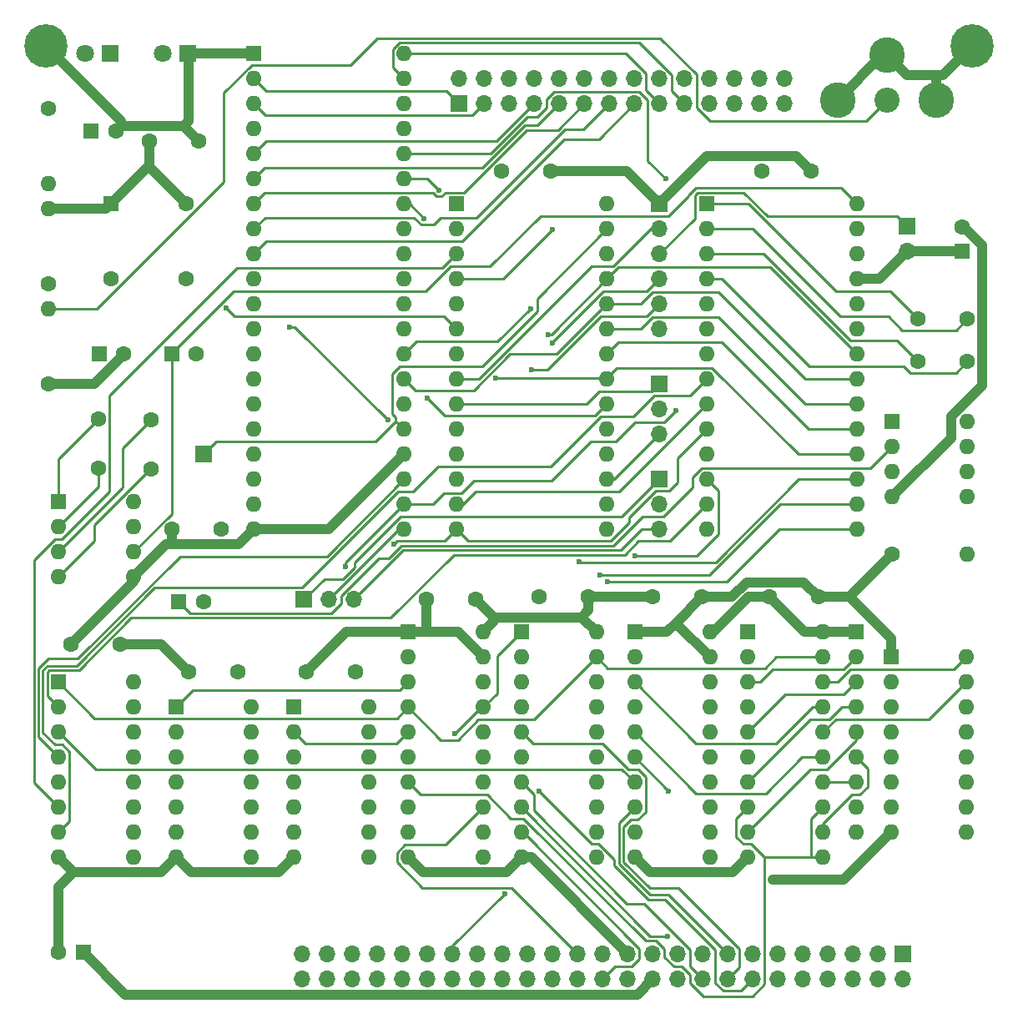
<source format=gbr>
%TF.GenerationSoftware,KiCad,Pcbnew,(6.0.4-0)*%
%TF.CreationDate,2022-09-18T19:18:21-04:00*%
%TF.ProjectId,Z80-6502IO,5a38302d-3635-4303-9249-4f2e6b696361,rev?*%
%TF.SameCoordinates,Original*%
%TF.FileFunction,Copper,L1,Top*%
%TF.FilePolarity,Positive*%
%FSLAX46Y46*%
G04 Gerber Fmt 4.6, Leading zero omitted, Abs format (unit mm)*
G04 Created by KiCad (PCBNEW (6.0.4-0)) date 2022-09-18 19:18:21*
%MOMM*%
%LPD*%
G01*
G04 APERTURE LIST*
%TA.AperFunction,ComponentPad*%
%ADD10R,1.700000X1.700000*%
%TD*%
%TA.AperFunction,ComponentPad*%
%ADD11C,1.600000*%
%TD*%
%TA.AperFunction,ComponentPad*%
%ADD12O,1.700000X1.700000*%
%TD*%
%TA.AperFunction,ComponentPad*%
%ADD13O,1.600000X1.600000*%
%TD*%
%TA.AperFunction,ComponentPad*%
%ADD14R,1.600000X1.600000*%
%TD*%
%TA.AperFunction,ComponentPad*%
%ADD15C,3.616000*%
%TD*%
%TA.AperFunction,ComponentPad*%
%ADD16C,2.550000*%
%TD*%
%TA.AperFunction,ComponentPad*%
%ADD17C,4.399999*%
%TD*%
%TA.AperFunction,ComponentPad*%
%ADD18C,4.400000*%
%TD*%
%TA.AperFunction,ComponentPad*%
%ADD19C,1.800000*%
%TD*%
%TA.AperFunction,ComponentPad*%
%ADD20R,1.800000X1.800000*%
%TD*%
%TA.AperFunction,ViaPad*%
%ADD21C,0.600000*%
%TD*%
%TA.AperFunction,Conductor*%
%ADD22C,1.000000*%
%TD*%
%TA.AperFunction,Conductor*%
%ADD23C,0.250000*%
%TD*%
G04 APERTURE END LIST*
D10*
%TO.P,P1,1*%
%TO.N,SLAVE_CLK*%
X64008000Y-90424000D03*
%TD*%
D11*
%TO.P,C21,2*%
%TO.N,GND*%
X125650000Y-61722000D03*
%TO.P,C21,1*%
%TO.N,VCC*%
X120650000Y-61722000D03*
%TD*%
%TO.P,C20,2*%
%TO.N,GND*%
X99234000Y-61722000D03*
%TO.P,C20,1*%
%TO.N,VCC*%
X94234000Y-61722000D03*
%TD*%
%TO.P,C19,2*%
%TO.N,GND*%
X65786000Y-98044000D03*
%TO.P,C19,1*%
%TO.N,VCC*%
X60786000Y-98044000D03*
%TD*%
D12*
%TO.P,P5,28*%
%TO.N,N/C*%
X122936000Y-52324000D03*
%TO.P,P5,27*%
X122936000Y-54864000D03*
%TO.P,P5,26*%
%TO.N,GND*%
X120396000Y-52324000D03*
%TO.P,P5,25*%
%TO.N,VCC*%
X120396000Y-54864000D03*
%TO.P,P5,24*%
%TO.N,Net-(P5-Pad24)*%
X117856000Y-52324000D03*
%TO.P,P5,23*%
%TO.N,Net-(P5-Pad23)*%
X117856000Y-54864000D03*
%TO.P,P5,22*%
%TO.N,Net-(P5-Pad22)*%
X115316000Y-52324000D03*
%TO.P,P5,21*%
%TO.N,Net-(P5-Pad21)*%
X115316000Y-54864000D03*
%TO.P,P5,20*%
%TO.N,CB2*%
X112776000Y-52324000D03*
%TO.P,P5,19*%
%TO.N,CA2*%
X112776000Y-54864000D03*
%TO.P,P5,18*%
%TO.N,CB1*%
X110236000Y-52324000D03*
%TO.P,P5,17*%
%TO.N,CA1*%
X110236000Y-54864000D03*
%TO.P,P5,16*%
%TO.N,PB7*%
X107696000Y-52324000D03*
%TO.P,P5,15*%
%TO.N,PA7*%
X107696000Y-54864000D03*
%TO.P,P5,14*%
%TO.N,PB6*%
X105156000Y-52324000D03*
%TO.P,P5,13*%
%TO.N,PA6*%
X105156000Y-54864000D03*
%TO.P,P5,12*%
%TO.N,PB5*%
X102616000Y-52324000D03*
%TO.P,P5,11*%
%TO.N,PA5*%
X102616000Y-54864000D03*
%TO.P,P5,10*%
%TO.N,PB4*%
X100076000Y-52324000D03*
%TO.P,P5,9*%
%TO.N,PA4*%
X100076000Y-54864000D03*
%TO.P,P5,8*%
%TO.N,PB3*%
X97536000Y-52324000D03*
%TO.P,P5,7*%
%TO.N,PA3*%
X97536000Y-54864000D03*
%TO.P,P5,6*%
%TO.N,PB2*%
X94996000Y-52324000D03*
%TO.P,P5,5*%
%TO.N,PA2*%
X94996000Y-54864000D03*
%TO.P,P5,4*%
%TO.N,PB1*%
X92456000Y-52324000D03*
%TO.P,P5,3*%
%TO.N,PA1*%
X92456000Y-54864000D03*
%TO.P,P5,2*%
%TO.N,PB0*%
X89916000Y-52324000D03*
D10*
%TO.P,P5,1*%
%TO.N,PA0*%
X89916000Y-54864000D03*
%TD*%
D11*
%TO.P,C1,2*%
%TO.N,GND*%
X55546000Y-109728000D03*
%TO.P,C1,1*%
%TO.N,VCC*%
X50546000Y-109728000D03*
%TD*%
D13*
%TO.P,U7,20*%
%TO.N,VCC*%
X126850000Y-108460000D03*
%TO.P,U7,10*%
%TO.N,GND*%
X119230000Y-131320000D03*
%TO.P,U7,19*%
%TO.N,BOARD_CS#*%
X126850000Y-111000000D03*
%TO.P,U7,9*%
%TO.N,Net-(RR1-Pad5)*%
X119230000Y-128780000D03*
%TO.P,U7,18*%
%TO.N,Net-(RR1-Pad9)*%
X126850000Y-113540000D03*
%TO.P,U7,8*%
%TO.N,bM1#*%
X119230000Y-126240000D03*
%TO.P,U7,17*%
%TO.N,bA7*%
X126850000Y-116080000D03*
%TO.P,U7,7*%
%TO.N,Net-(RR1-Pad4)*%
X119230000Y-123700000D03*
%TO.P,U7,16*%
%TO.N,Net-(RR1-Pad8)*%
X126850000Y-118620000D03*
%TO.P,U7,6*%
%TO.N,bM1#*%
X119230000Y-121160000D03*
%TO.P,U7,15*%
%TO.N,bA6*%
X126850000Y-121160000D03*
%TO.P,U7,5*%
%TO.N,Net-(RR1-Pad3)*%
X119230000Y-118620000D03*
%TO.P,U7,14*%
%TO.N,Net-(RR1-Pad7)*%
X126850000Y-123700000D03*
%TO.P,U7,4*%
%TO.N,bM1#*%
X119230000Y-116080000D03*
%TO.P,U7,13*%
X126850000Y-126240000D03*
%TO.P,U7,3*%
%TO.N,Net-(RR1-Pad2)*%
X119230000Y-113540000D03*
%TO.P,U7,12*%
%TO.N,Net-(RR1-Pad6)*%
X126850000Y-128780000D03*
%TO.P,U7,2*%
%TO.N,bM1#*%
X119230000Y-111000000D03*
%TO.P,U7,11*%
X126850000Y-131320000D03*
D14*
%TO.P,U7,1*%
%TO.N,/688SEL#*%
X119230000Y-108460000D03*
%TD*%
D13*
%TO.P,U12,8*%
%TO.N,+12V*%
X141478000Y-87122000D03*
%TO.P,U12,4*%
%TO.N,GND*%
X133858000Y-94742000D03*
%TO.P,U12,7*%
%TO.N,N/C*%
X141478000Y-89662000D03*
%TO.P,U12,3*%
%TO.N,Net-(R3-Pad2)*%
X133858000Y-92202000D03*
%TO.P,U12,6*%
%TO.N,N/C*%
X141478000Y-92202000D03*
%TO.P,U12,2*%
%TO.N,Net-(C18-Pad1)*%
X133858000Y-89662000D03*
%TO.P,U12,5*%
%TO.N,N/C*%
X141478000Y-94742000D03*
D14*
%TO.P,U12,1*%
%TO.N,Net-(C18-Pad1)*%
X133858000Y-87122000D03*
%TD*%
D13*
%TO.P,U11,8*%
%TO.N,GND*%
X56896000Y-95250000D03*
%TO.P,U11,4*%
%TO.N,Net-(C13-Pad1)*%
X49276000Y-102870000D03*
%TO.P,U11,7*%
%TO.N,GND*%
X56896000Y-97790000D03*
%TO.P,U11,3*%
%TO.N,Net-(C13-Pad2)*%
X49276000Y-100330000D03*
%TO.P,U11,6*%
%TO.N,+12V*%
X56896000Y-100330000D03*
%TO.P,U11,2*%
%TO.N,Net-(C12-Pad1)*%
X49276000Y-97790000D03*
%TO.P,U11,5*%
%TO.N,VCC*%
X56896000Y-102870000D03*
D14*
%TO.P,U11,1*%
%TO.N,Net-(C12-Pad2)*%
X49276000Y-95250000D03*
%TD*%
D13*
%TO.P,U10,28*%
%TO.N,+12V*%
X130302000Y-65024000D03*
%TO.P,U10,14*%
%TO.N,GND*%
X115062000Y-98044000D03*
%TO.P,U10,27*%
%TO.N,Net-(R3-Pad2)*%
X130302000Y-67564000D03*
%TO.P,U10,13*%
%TO.N,bA4*%
X115062000Y-95504000D03*
%TO.P,U10,26*%
%TO.N,Net-(U10-Pad26)*%
X130302000Y-70104000D03*
%TO.P,U10,12*%
%TO.N,bA3*%
X115062000Y-92964000D03*
%TO.P,U10,25*%
%TO.N,VCC*%
X130302000Y-72644000D03*
%TO.P,U10,11*%
%TO.N,bA2*%
X115062000Y-90424000D03*
%TO.P,U10,24*%
%TO.N,Net-(U10-Pad24)*%
X130302000Y-75184000D03*
%TO.P,U10,10*%
%TO.N,bA1*%
X115062000Y-87884000D03*
%TO.P,U10,23*%
%TO.N,Net-(U10-Pad23)*%
X130302000Y-77724000D03*
%TO.P,U10,9*%
%TO.N,bA0*%
X115062000Y-85344000D03*
%TO.P,U10,22*%
%TO.N,bD7*%
X130302000Y-80264000D03*
%TO.P,U10,8*%
%TO.N,CS_SID#*%
X115062000Y-82804000D03*
%TO.P,U10,21*%
%TO.N,bD6*%
X130302000Y-82804000D03*
%TO.P,U10,7*%
%TO.N,bRW#*%
X115062000Y-80264000D03*
%TO.P,U10,20*%
%TO.N,bD5*%
X130302000Y-85344000D03*
%TO.P,U10,6*%
%TO.N,SLAVE_CLK*%
X115062000Y-77724000D03*
%TO.P,U10,19*%
%TO.N,bD4*%
X130302000Y-87884000D03*
%TO.P,U10,5*%
%TO.N,bRESET#*%
X115062000Y-75184000D03*
%TO.P,U10,18*%
%TO.N,bD3*%
X130302000Y-90424000D03*
%TO.P,U10,4*%
%TO.N,Net-(C16-Pad2)*%
X115062000Y-72644000D03*
%TO.P,U10,17*%
%TO.N,bD2*%
X130302000Y-92964000D03*
%TO.P,U10,3*%
%TO.N,Net-(C16-Pad1)*%
X115062000Y-70104000D03*
%TO.P,U10,16*%
%TO.N,bD1*%
X130302000Y-95504000D03*
%TO.P,U10,2*%
%TO.N,Net-(C15-Pad2)*%
X115062000Y-67564000D03*
%TO.P,U10,15*%
%TO.N,bD0*%
X130302000Y-98044000D03*
D14*
%TO.P,U10,1*%
%TO.N,Net-(C15-Pad1)*%
X115062000Y-65024000D03*
%TD*%
D13*
%TO.P,U9,40*%
%TO.N,CA1*%
X84328000Y-49784000D03*
%TO.P,U9,20*%
%TO.N,VCC*%
X69088000Y-98044000D03*
%TO.P,U9,39*%
%TO.N,CA2*%
X84328000Y-52324000D03*
%TO.P,U9,19*%
%TO.N,CB2*%
X69088000Y-95504000D03*
%TO.P,U9,38*%
%TO.N,bA0*%
X84328000Y-54864000D03*
%TO.P,U9,18*%
%TO.N,CB1*%
X69088000Y-92964000D03*
%TO.P,U9,37*%
%TO.N,bA1*%
X84328000Y-57404000D03*
%TO.P,U9,17*%
%TO.N,PB7*%
X69088000Y-90424000D03*
%TO.P,U9,36*%
%TO.N,bA2*%
X84328000Y-59944000D03*
%TO.P,U9,16*%
%TO.N,PB6*%
X69088000Y-87884000D03*
%TO.P,U9,35*%
%TO.N,bA3*%
X84328000Y-62484000D03*
%TO.P,U9,15*%
%TO.N,PB5*%
X69088000Y-85344000D03*
%TO.P,U9,34*%
%TO.N,bRESET#*%
X84328000Y-65024000D03*
%TO.P,U9,14*%
%TO.N,PB4*%
X69088000Y-82804000D03*
%TO.P,U9,33*%
%TO.N,bD0*%
X84328000Y-67564000D03*
%TO.P,U9,13*%
%TO.N,PB3*%
X69088000Y-80264000D03*
%TO.P,U9,32*%
%TO.N,bD1*%
X84328000Y-70104000D03*
%TO.P,U9,12*%
%TO.N,PB2*%
X69088000Y-77724000D03*
%TO.P,U9,31*%
%TO.N,bD2*%
X84328000Y-72644000D03*
%TO.P,U9,11*%
%TO.N,PB1*%
X69088000Y-75184000D03*
%TO.P,U9,30*%
%TO.N,bD3*%
X84328000Y-75184000D03*
%TO.P,U9,10*%
%TO.N,PB0*%
X69088000Y-72644000D03*
%TO.P,U9,29*%
%TO.N,bD4*%
X84328000Y-77724000D03*
%TO.P,U9,9*%
%TO.N,PA7*%
X69088000Y-70104000D03*
%TO.P,U9,28*%
%TO.N,bD5*%
X84328000Y-80264000D03*
%TO.P,U9,8*%
%TO.N,PA6*%
X69088000Y-67564000D03*
%TO.P,U9,27*%
%TO.N,bD6*%
X84328000Y-82804000D03*
%TO.P,U9,7*%
%TO.N,PA5*%
X69088000Y-65024000D03*
%TO.P,U9,26*%
%TO.N,bD7*%
X84328000Y-85344000D03*
%TO.P,U9,6*%
%TO.N,PA4*%
X69088000Y-62484000D03*
%TO.P,U9,25*%
%TO.N,SLAVE_CLK*%
X84328000Y-87884000D03*
%TO.P,U9,5*%
%TO.N,PA3*%
X69088000Y-59944000D03*
%TO.P,U9,24*%
%TO.N,VCC*%
X84328000Y-90424000D03*
%TO.P,U9,4*%
%TO.N,PA2*%
X69088000Y-57404000D03*
%TO.P,U9,23*%
%TO.N,CS_VIA1#*%
X84328000Y-92964000D03*
%TO.P,U9,3*%
%TO.N,PA1*%
X69088000Y-54864000D03*
%TO.P,U9,22*%
%TO.N,bRW#*%
X84328000Y-95504000D03*
%TO.P,U9,2*%
%TO.N,PA0*%
X69088000Y-52324000D03*
%TO.P,U9,21*%
%TO.N,IRQV#*%
X84328000Y-98044000D03*
D14*
%TO.P,U9,1*%
%TO.N,GND*%
X69088000Y-49784000D03*
%TD*%
D13*
%TO.P,U8,28*%
%TO.N,bRW#*%
X104902000Y-65024000D03*
%TO.P,U8,14*%
%TO.N,bA1*%
X89662000Y-98044000D03*
%TO.P,U8,27*%
%TO.N,SLAVE_CLK*%
X104902000Y-67564000D03*
%TO.P,U8,13*%
%TO.N,bA0*%
X89662000Y-95504000D03*
%TO.P,U8,26*%
%TO.N,IRQA#*%
X104902000Y-70104000D03*
%TO.P,U8,12*%
%TO.N,RxD*%
X89662000Y-92964000D03*
%TO.P,U8,25*%
%TO.N,bD7*%
X104902000Y-72644000D03*
%TO.P,U8,11*%
%TO.N,Net-(U8-Pad11)*%
X89662000Y-90424000D03*
%TO.P,U8,24*%
%TO.N,bD6*%
X104902000Y-75184000D03*
%TO.P,U8,10*%
%TO.N,TxD*%
X89662000Y-87884000D03*
%TO.P,U8,23*%
%TO.N,bD5*%
X104902000Y-77724000D03*
%TO.P,U8,9*%
%TO.N,CTS*%
X89662000Y-85344000D03*
%TO.P,U8,22*%
%TO.N,bD4*%
X104902000Y-80264000D03*
%TO.P,U8,8*%
%TO.N,RTS*%
X89662000Y-82804000D03*
%TO.P,U8,21*%
%TO.N,bD3*%
X104902000Y-82804000D03*
%TO.P,U8,7*%
%TO.N,Net-(U8-Pad7)*%
X89662000Y-80264000D03*
%TO.P,U8,20*%
%TO.N,bD2*%
X104902000Y-85344000D03*
%TO.P,U8,6*%
%TO.N,Net-(U8-Pad6)*%
X89662000Y-77724000D03*
%TO.P,U8,19*%
%TO.N,bD1*%
X104902000Y-87884000D03*
%TO.P,U8,5*%
%TO.N,Net-(U8-Pad5)*%
X89662000Y-75184000D03*
%TO.P,U8,18*%
%TO.N,bD0*%
X104902000Y-90424000D03*
%TO.P,U8,4*%
%TO.N,bRESET#*%
X89662000Y-72644000D03*
%TO.P,U8,17*%
%TO.N,DSR*%
X104902000Y-92964000D03*
%TO.P,U8,3*%
%TO.N,CS_ACIA1#*%
X89662000Y-70104000D03*
%TO.P,U8,16*%
%TO.N,Net-(U8-Pad16)*%
X104902000Y-95504000D03*
%TO.P,U8,2*%
%TO.N,VCC*%
X89662000Y-67564000D03*
%TO.P,U8,15*%
X104902000Y-98044000D03*
D14*
%TO.P,U8,1*%
%TO.N,GND*%
X89662000Y-65024000D03*
%TD*%
D13*
%TO.P,U6,16*%
%TO.N,VCC*%
X56896000Y-113538000D03*
%TO.P,U6,8*%
%TO.N,GND*%
X49276000Y-131318000D03*
%TO.P,U6,15*%
%TO.N,N/C*%
X56896000Y-116078000D03*
%TO.P,U6,7*%
%TO.N,CS_SID#*%
X49276000Y-128778000D03*
%TO.P,U6,14*%
%TO.N,N/C*%
X56896000Y-118618000D03*
%TO.P,U6,6*%
%TO.N,CS_ACIA1#*%
X49276000Y-126238000D03*
%TO.P,U6,13*%
%TO.N,N/C*%
X56896000Y-121158000D03*
%TO.P,U6,5*%
%TO.N,Net-(U6-Pad5)*%
X49276000Y-123698000D03*
%TO.P,U6,12*%
%TO.N,N/C*%
X56896000Y-123698000D03*
%TO.P,U6,4*%
%TO.N,CS_VIA1#*%
X49276000Y-121158000D03*
%TO.P,U6,11*%
%TO.N,N/C*%
X56896000Y-126238000D03*
%TO.P,U6,3*%
%TO.N,bA5*%
X49276000Y-118618000D03*
%TO.P,U6,10*%
%TO.N,N/C*%
X56896000Y-128778000D03*
%TO.P,U6,2*%
%TO.N,bA4*%
X49276000Y-116078000D03*
%TO.P,U6,9*%
%TO.N,N/C*%
X56896000Y-131318000D03*
D14*
%TO.P,U6,1*%
%TO.N,BOARD_CS#*%
X49276000Y-113538000D03*
%TD*%
D13*
%TO.P,U5,14*%
%TO.N,VCC*%
X80772000Y-116078000D03*
%TO.P,U5,7*%
%TO.N,GND*%
X73152000Y-131318000D03*
%TO.P,U5,13*%
%TO.N,N/C*%
X80772000Y-118618000D03*
%TO.P,U5,6*%
X73152000Y-128778000D03*
%TO.P,U5,12*%
X80772000Y-121158000D03*
%TO.P,U5,5*%
X73152000Y-126238000D03*
%TO.P,U5,11*%
X80772000Y-123698000D03*
%TO.P,U5,4*%
X73152000Y-123698000D03*
%TO.P,U5,10*%
X80772000Y-126238000D03*
%TO.P,U5,3*%
%TO.N,bRW#*%
X73152000Y-121158000D03*
%TO.P,U5,9*%
%TO.N,N/C*%
X80772000Y-128778000D03*
%TO.P,U5,2*%
%TO.N,bWR#*%
X73152000Y-118618000D03*
%TO.P,U5,8*%
%TO.N,N/C*%
X80772000Y-131318000D03*
D14*
%TO.P,U5,1*%
%TO.N,Net-(U4-Pad2)*%
X73152000Y-116078000D03*
%TD*%
D13*
%TO.P,U4,14*%
%TO.N,VCC*%
X68834000Y-116078000D03*
%TO.P,U4,7*%
%TO.N,GND*%
X61214000Y-131318000D03*
%TO.P,U4,13*%
%TO.N,N/C*%
X68834000Y-118618000D03*
%TO.P,U4,6*%
X61214000Y-128778000D03*
%TO.P,U4,12*%
X68834000Y-121158000D03*
%TO.P,U4,5*%
X61214000Y-126238000D03*
%TO.P,U4,11*%
X68834000Y-123698000D03*
%TO.P,U4,4*%
X61214000Y-123698000D03*
%TO.P,U4,10*%
X68834000Y-126238000D03*
%TO.P,U4,3*%
X61214000Y-121158000D03*
%TO.P,U4,9*%
X68834000Y-128778000D03*
%TO.P,U4,2*%
%TO.N,Net-(U4-Pad2)*%
X61214000Y-118618000D03*
%TO.P,U4,8*%
%TO.N,N/C*%
X68834000Y-131318000D03*
D14*
%TO.P,U4,1*%
%TO.N,bRD#*%
X61214000Y-116078000D03*
%TD*%
D12*
%TO.P,P4,2*%
%TO.N,VCC*%
X135382000Y-69850000D03*
D10*
%TO.P,P4,1*%
%TO.N,Net-(P3-Pad3)*%
X135382000Y-67310000D03*
%TD*%
D12*
%TO.P,P3,6*%
%TO.N,Net-(K3-Pad2)*%
X110236000Y-77724000D03*
%TO.P,P3,5*%
%TO.N,TxD*%
X110236000Y-75184000D03*
%TO.P,P3,4*%
%TO.N,RxD*%
X110236000Y-72644000D03*
%TO.P,P3,3*%
%TO.N,Net-(P3-Pad3)*%
X110236000Y-70104000D03*
%TO.P,P3,2*%
%TO.N,RTS*%
X110236000Y-67564000D03*
D10*
%TO.P,P3,1*%
%TO.N,GND*%
X110236000Y-65024000D03*
%TD*%
D11*
%TO.P,X1,4*%
%TO.N,GND*%
X54610000Y-72644000D03*
%TO.P,X1,5*%
%TO.N,Net-(U8-Pad6)*%
X62230000Y-72644000D03*
%TO.P,X1,8*%
%TO.N,VCC*%
X62230000Y-65024000D03*
D14*
%TO.P,X1,1*%
X54610000Y-65024000D03*
%TD*%
D13*
%TO.P,R3,2*%
%TO.N,Net-(R3-Pad2)*%
X141478000Y-100584000D03*
D11*
%TO.P,R3,1*%
%TO.N,GND*%
X133858000Y-100584000D03*
%TD*%
D12*
%TO.P,P2,50*%
%TO.N,SPARE4*%
X74016000Y-143662000D03*
%TO.P,P2,49*%
%TO.N,SPARE5*%
X74016000Y-141122000D03*
%TO.P,P2,48*%
%TO.N,SPARE3*%
X76556000Y-143662000D03*
%TO.P,P2,47*%
%TO.N,SPARE6*%
X76556000Y-141122000D03*
%TO.P,P2,46*%
%TO.N,SPARE2*%
X79096000Y-143662000D03*
%TO.P,P2,45*%
%TO.N,SPARE7*%
X79096000Y-141122000D03*
%TO.P,P2,44*%
%TO.N,SPARE1*%
X81636000Y-143662000D03*
%TO.P,P2,43*%
%TO.N,SPARE8*%
X81636000Y-141122000D03*
%TO.P,P2,42*%
%TO.N,SPARE0*%
X84176000Y-143662000D03*
%TO.P,P2,41*%
%TO.N,SPARE9*%
X84176000Y-141122000D03*
%TO.P,P2,40*%
%TO.N,IORQ#*%
X86716000Y-143662000D03*
%TO.P,P2,39*%
%TO.N,RD#*%
X86716000Y-141122000D03*
%TO.P,P2,38*%
%TO.N,MREQ#*%
X89256000Y-143662000D03*
%TO.P,P2,37*%
%TO.N,WR#*%
X89256000Y-141122000D03*
%TO.P,P2,36*%
%TO.N,HALT#*%
X91796000Y-143662000D03*
%TO.P,P2,35*%
%TO.N,BUSACK#*%
X91796000Y-141122000D03*
%TO.P,P2,34*%
%TO.N,NMI#*%
X94336000Y-143662000D03*
%TO.P,P2,33*%
%TO.N,WAIT#*%
X94336000Y-141122000D03*
%TO.P,P2,32*%
%TO.N,INT#*%
X96876000Y-143662000D03*
%TO.P,P2,31*%
%TO.N,BUSRQ#*%
X96876000Y-141122000D03*
%TO.P,P2,30*%
%TO.N,D1*%
X99416000Y-143662000D03*
%TO.P,P2,29*%
%TO.N,RESET#*%
X99416000Y-141122000D03*
%TO.P,P2,28*%
%TO.N,D0*%
X101956000Y-143662000D03*
%TO.P,P2,27*%
%TO.N,M1#*%
X101956000Y-141122000D03*
%TO.P,P2,26*%
%TO.N,D7*%
X104496000Y-143662000D03*
%TO.P,P2,25*%
%TO.N,RFSH#*%
X104496000Y-141122000D03*
%TO.P,P2,24*%
%TO.N,D2*%
X107036000Y-143662000D03*
%TO.P,P2,23*%
%TO.N,GND*%
X107036000Y-141122000D03*
%TO.P,P2,22*%
%TO.N,VCC*%
X109576000Y-143662000D03*
%TO.P,P2,21*%
%TO.N,A0*%
X109576000Y-141122000D03*
%TO.P,P2,20*%
%TO.N,D6*%
X112116000Y-143662000D03*
%TO.P,P2,19*%
%TO.N,A1*%
X112116000Y-141122000D03*
%TO.P,P2,18*%
%TO.N,D5*%
X114656000Y-143662000D03*
%TO.P,P2,17*%
%TO.N,A2*%
X114656000Y-141122000D03*
%TO.P,P2,16*%
%TO.N,D3*%
X117196000Y-143662000D03*
%TO.P,P2,15*%
%TO.N,A3*%
X117196000Y-141122000D03*
%TO.P,P2,14*%
%TO.N,D4*%
X119736000Y-143662000D03*
%TO.P,P2,13*%
%TO.N,A4*%
X119736000Y-141122000D03*
%TO.P,P2,12*%
%TO.N,CLK*%
X122276000Y-143662000D03*
%TO.P,P2,11*%
%TO.N,A5*%
X122276000Y-141122000D03*
%TO.P,P2,10*%
%TO.N,A15*%
X124816000Y-143662000D03*
%TO.P,P2,9*%
%TO.N,A6*%
X124816000Y-141122000D03*
%TO.P,P2,8*%
%TO.N,A14*%
X127356000Y-143662000D03*
%TO.P,P2,7*%
%TO.N,A7*%
X127356000Y-141122000D03*
%TO.P,P2,6*%
%TO.N,A13*%
X129896000Y-143662000D03*
%TO.P,P2,5*%
%TO.N,A8*%
X129896000Y-141122000D03*
%TO.P,P2,4*%
%TO.N,A12*%
X132436000Y-143662000D03*
%TO.P,P2,3*%
%TO.N,A9*%
X132436000Y-141122000D03*
%TO.P,P2,2*%
%TO.N,A11*%
X134976000Y-143662000D03*
D10*
%TO.P,P2,1*%
%TO.N,A10*%
X134976000Y-141122000D03*
%TD*%
D12*
%TO.P,K3,3*%
%TO.N,DSR*%
X110236000Y-88392000D03*
%TO.P,K3,2*%
%TO.N,Net-(K3-Pad2)*%
X110236000Y-85852000D03*
D10*
%TO.P,K3,1*%
%TO.N,CTS*%
X110236000Y-83312000D03*
%TD*%
D15*
%TO.P,J1,1C*%
%TO.N,GND*%
X133350000Y-49964000D03*
%TO.P,J1,1B*%
X128350000Y-54464000D03*
%TO.P,J1,1A*%
X138350000Y-54464000D03*
D16*
%TO.P,J1,2*%
%TO.N,Net-(C18-Pad2)*%
X133350000Y-54464000D03*
%TD*%
D11*
%TO.P,C18,2*%
%TO.N,Net-(C18-Pad2)*%
X63968000Y-105410000D03*
D14*
%TO.P,C18,1*%
%TO.N,Net-(C18-Pad1)*%
X61468000Y-105410000D03*
%TD*%
D11*
%TO.P,C17,2*%
%TO.N,GND*%
X55880000Y-80264000D03*
D14*
%TO.P,C17,1*%
%TO.N,VCC*%
X53380000Y-80264000D03*
%TD*%
D11*
%TO.P,C16,2*%
%TO.N,Net-(C16-Pad2)*%
X141478000Y-81026000D03*
%TO.P,C16,1*%
%TO.N,Net-(C16-Pad1)*%
X136478000Y-81026000D03*
%TD*%
%TO.P,C15,2*%
%TO.N,Net-(C15-Pad2)*%
X141478000Y-76708000D03*
%TO.P,C15,1*%
%TO.N,Net-(C15-Pad1)*%
X136478000Y-76708000D03*
%TD*%
%TO.P,C14,2*%
%TO.N,GND*%
X63246000Y-80264000D03*
D14*
%TO.P,C14,1*%
%TO.N,+12V*%
X60746000Y-80264000D03*
%TD*%
D11*
%TO.P,C13,2*%
%TO.N,Net-(C13-Pad2)*%
X58674000Y-86948000D03*
%TO.P,C13,1*%
%TO.N,Net-(C13-Pad1)*%
X58674000Y-91948000D03*
%TD*%
%TO.P,C12,2*%
%TO.N,Net-(C12-Pad2)*%
X53340000Y-86868000D03*
%TO.P,C12,1*%
%TO.N,Net-(C12-Pad1)*%
X53340000Y-91868000D03*
%TD*%
%TO.P,C11,2*%
%TO.N,GND*%
X55078000Y-57658000D03*
D14*
%TO.P,C11,1*%
%TO.N,VCC*%
X52578000Y-57658000D03*
%TD*%
D11*
%TO.P,C8,2*%
%TO.N,GND*%
X63500000Y-58674000D03*
%TO.P,C8,1*%
%TO.N,VCC*%
X58500000Y-58674000D03*
%TD*%
%TO.P,C7,2*%
%TO.N,GND*%
X126412000Y-104902000D03*
%TO.P,C7,1*%
%TO.N,VCC*%
X121412000Y-104902000D03*
%TD*%
%TO.P,C6,2*%
%TO.N,GND*%
X114554000Y-104902000D03*
%TO.P,C6,1*%
%TO.N,VCC*%
X109554000Y-104902000D03*
%TD*%
%TO.P,C10,2*%
%TO.N,GND*%
X140970000Y-67350000D03*
D14*
%TO.P,C10,1*%
%TO.N,VCC*%
X140970000Y-69850000D03*
%TD*%
D11*
%TO.P,C9,2*%
%TO.N,GND*%
X49276000Y-140970000D03*
D14*
%TO.P,C9,1*%
%TO.N,VCC*%
X51776000Y-140970000D03*
%TD*%
D13*
%TO.P,U3,20*%
%TO.N,VCC*%
X92350000Y-108460000D03*
%TO.P,U3,10*%
%TO.N,GND*%
X84730000Y-131320000D03*
%TO.P,U3,19*%
X92350000Y-111000000D03*
%TO.P,U3,9*%
%TO.N,/688SEL#*%
X84730000Y-128780000D03*
%TO.P,U3,18*%
%TO.N,bRESET#*%
X92350000Y-113540000D03*
%TO.P,U3,8*%
%TO.N,Net-(U3-Pad8)*%
X84730000Y-126240000D03*
%TO.P,U3,17*%
%TO.N,RD#*%
X92350000Y-116080000D03*
%TO.P,U3,7*%
%TO.N,bM1#*%
X84730000Y-123700000D03*
%TO.P,U3,16*%
%TO.N,Net-(D1-Pad1)*%
X92350000Y-118620000D03*
%TO.P,U3,6*%
%TO.N,Net-(U3-Pad6)*%
X84730000Y-121160000D03*
%TO.P,U3,15*%
%TO.N,WR#*%
X92350000Y-121160000D03*
%TO.P,U3,5*%
%TO.N,bWR#*%
X84730000Y-118620000D03*
%TO.P,U3,14*%
%TO.N,Net-(U3-Pad14)*%
X92350000Y-123700000D03*
%TO.P,U3,4*%
%TO.N,BOARD_CS#*%
X84730000Y-116080000D03*
%TO.P,U3,13*%
%TO.N,M1#*%
X92350000Y-126240000D03*
%TO.P,U3,3*%
%TO.N,bRD#*%
X84730000Y-113540000D03*
%TO.P,U3,12*%
%TO.N,Net-(U3-Pad12)*%
X92350000Y-128780000D03*
%TO.P,U3,2*%
%TO.N,RESET#*%
X84730000Y-111000000D03*
%TO.P,U3,11*%
%TO.N,IORQ#*%
X92350000Y-131320000D03*
D14*
%TO.P,U3,1*%
%TO.N,GND*%
X84730000Y-108460000D03*
%TD*%
D13*
%TO.P,U2,20*%
%TO.N,VCC*%
X103850000Y-108460000D03*
%TO.P,U2,10*%
%TO.N,GND*%
X96230000Y-131320000D03*
%TO.P,U2,19*%
%TO.N,BOARD_CS#*%
X103850000Y-111000000D03*
%TO.P,U2,9*%
%TO.N,D7*%
X96230000Y-128780000D03*
%TO.P,U2,18*%
%TO.N,bD0*%
X103850000Y-113540000D03*
%TO.P,U2,8*%
%TO.N,D6*%
X96230000Y-126240000D03*
%TO.P,U2,17*%
%TO.N,bD1*%
X103850000Y-116080000D03*
%TO.P,U2,7*%
%TO.N,D5*%
X96230000Y-123700000D03*
%TO.P,U2,16*%
%TO.N,bD2*%
X103850000Y-118620000D03*
%TO.P,U2,6*%
%TO.N,D4*%
X96230000Y-121160000D03*
%TO.P,U2,15*%
%TO.N,bD3*%
X103850000Y-121160000D03*
%TO.P,U2,5*%
%TO.N,D3*%
X96230000Y-118620000D03*
%TO.P,U2,14*%
%TO.N,bD4*%
X103850000Y-123700000D03*
%TO.P,U2,4*%
%TO.N,D2*%
X96230000Y-116080000D03*
%TO.P,U2,13*%
%TO.N,bD5*%
X103850000Y-126240000D03*
%TO.P,U2,3*%
%TO.N,D1*%
X96230000Y-113540000D03*
%TO.P,U2,12*%
%TO.N,bD6*%
X103850000Y-128780000D03*
%TO.P,U2,2*%
%TO.N,D0*%
X96230000Y-111000000D03*
%TO.P,U2,11*%
%TO.N,bD7*%
X103850000Y-131320000D03*
D14*
%TO.P,U2,1*%
%TO.N,RD#*%
X96230000Y-108460000D03*
%TD*%
D13*
%TO.P,U1,20*%
%TO.N,VCC*%
X115350000Y-108460000D03*
%TO.P,U1,10*%
%TO.N,GND*%
X107730000Y-131320000D03*
%TO.P,U1,19*%
X115350000Y-111000000D03*
%TO.P,U1,9*%
%TO.N,bA4*%
X107730000Y-128780000D03*
%TO.P,U1,18*%
%TO.N,bA0*%
X115350000Y-113540000D03*
%TO.P,U1,8*%
%TO.N,A3*%
X107730000Y-126240000D03*
%TO.P,U1,17*%
%TO.N,A7*%
X115350000Y-116080000D03*
%TO.P,U1,7*%
%TO.N,bA5*%
X107730000Y-123700000D03*
%TO.P,U1,16*%
%TO.N,bA1*%
X115350000Y-118620000D03*
%TO.P,U1,6*%
%TO.N,A2*%
X107730000Y-121160000D03*
%TO.P,U1,15*%
%TO.N,A6*%
X115350000Y-121160000D03*
%TO.P,U1,5*%
%TO.N,bA6*%
X107730000Y-118620000D03*
%TO.P,U1,14*%
%TO.N,bA2*%
X115350000Y-123700000D03*
%TO.P,U1,4*%
%TO.N,A1*%
X107730000Y-116080000D03*
%TO.P,U1,13*%
%TO.N,A5*%
X115350000Y-126240000D03*
%TO.P,U1,3*%
%TO.N,bA7*%
X107730000Y-113540000D03*
%TO.P,U1,12*%
%TO.N,bA3*%
X115350000Y-128780000D03*
%TO.P,U1,2*%
%TO.N,A0*%
X107730000Y-111000000D03*
%TO.P,U1,11*%
%TO.N,A4*%
X115350000Y-131320000D03*
D14*
%TO.P,U1,1*%
%TO.N,GND*%
X107730000Y-108460000D03*
%TD*%
D13*
%TO.P,SW1,16*%
%TO.N,Net-(RR1-Pad9)*%
X141350000Y-110960000D03*
%TO.P,SW1,8*%
%TO.N,GND*%
X133730000Y-128740000D03*
%TO.P,SW1,15*%
%TO.N,Net-(RR1-Pad8)*%
X141350000Y-113500000D03*
%TO.P,SW1,7*%
%TO.N,GND*%
X133730000Y-126200000D03*
%TO.P,SW1,14*%
%TO.N,Net-(SW1-Pad14)*%
X141350000Y-116040000D03*
%TO.P,SW1,6*%
%TO.N,GND*%
X133730000Y-123660000D03*
%TO.P,SW1,13*%
%TO.N,Net-(SW1-Pad13)*%
X141350000Y-118580000D03*
%TO.P,SW1,5*%
%TO.N,GND*%
X133730000Y-121120000D03*
%TO.P,SW1,12*%
%TO.N,Net-(SW1-Pad12)*%
X141350000Y-121120000D03*
%TO.P,SW1,4*%
%TO.N,GND*%
X133730000Y-118580000D03*
%TO.P,SW1,11*%
%TO.N,Net-(SW1-Pad11)*%
X141350000Y-123660000D03*
%TO.P,SW1,3*%
%TO.N,GND*%
X133730000Y-116040000D03*
%TO.P,SW1,10*%
%TO.N,Net-(SW1-Pad10)*%
X141350000Y-126200000D03*
%TO.P,SW1,2*%
%TO.N,GND*%
X133730000Y-113500000D03*
%TO.P,SW1,9*%
%TO.N,Net-(SW1-Pad9)*%
X141350000Y-128740000D03*
D14*
%TO.P,SW1,1*%
%TO.N,GND*%
X133730000Y-110960000D03*
%TD*%
D13*
%TO.P,RR1,9*%
%TO.N,Net-(RR1-Pad9)*%
X130230000Y-128780000D03*
%TO.P,RR1,8*%
%TO.N,Net-(RR1-Pad8)*%
X130230000Y-126240000D03*
%TO.P,RR1,7*%
%TO.N,Net-(RR1-Pad7)*%
X130230000Y-123700000D03*
%TO.P,RR1,6*%
%TO.N,Net-(RR1-Pad6)*%
X130230000Y-121160000D03*
%TO.P,RR1,5*%
%TO.N,Net-(RR1-Pad5)*%
X130230000Y-118620000D03*
%TO.P,RR1,4*%
%TO.N,Net-(RR1-Pad4)*%
X130230000Y-116080000D03*
%TO.P,RR1,3*%
%TO.N,Net-(RR1-Pad3)*%
X130230000Y-113540000D03*
%TO.P,RR1,2*%
%TO.N,Net-(RR1-Pad2)*%
X130230000Y-111000000D03*
D14*
%TO.P,RR1,1*%
%TO.N,VCC*%
X130230000Y-108460000D03*
%TD*%
D13*
%TO.P,R4,2*%
%TO.N,Net-(C18-Pad2)*%
X48260000Y-75692000D03*
D11*
%TO.P,R4,1*%
%TO.N,GND*%
X48260000Y-83312000D03*
%TD*%
D13*
%TO.P,R2,2*%
%TO.N,VCC*%
X48260000Y-65532000D03*
D11*
%TO.P,R2,1*%
%TO.N,Net-(D2-Pad2)*%
X48260000Y-73152000D03*
%TD*%
D13*
%TO.P,R1,2*%
%TO.N,VCC*%
X48260000Y-62992000D03*
D11*
%TO.P,R1,1*%
%TO.N,Net-(D1-Pad2)*%
X48260000Y-55372000D03*
%TD*%
D17*
%TO.P,H2,1*%
%TO.N,GND*%
X142000000Y-49000000D03*
%TD*%
D18*
%TO.P,H1,1*%
%TO.N,GND*%
X48000000Y-49000000D03*
%TD*%
D19*
%TO.P,D2,2*%
%TO.N,Net-(D2-Pad2)*%
X59888000Y-49750000D03*
D20*
%TO.P,D2,1*%
%TO.N,GND*%
X62428000Y-49750000D03*
%TD*%
D19*
%TO.P,D1,2*%
%TO.N,Net-(D1-Pad2)*%
X51960000Y-49750000D03*
D20*
%TO.P,D1,1*%
%TO.N,Net-(D1-Pad1)*%
X54500000Y-49750000D03*
%TD*%
D11*
%TO.P,C2,2*%
%TO.N,GND*%
X62484000Y-112522000D03*
%TO.P,C2,1*%
%TO.N,VCC*%
X67484000Y-112522000D03*
%TD*%
%TO.P,C5,1*%
%TO.N,VCC*%
X103044000Y-104902000D03*
%TO.P,C5,2*%
%TO.N,GND*%
X98044000Y-104902000D03*
%TD*%
%TO.P,C3,1*%
%TO.N,VCC*%
X79422000Y-112522000D03*
%TO.P,C3,2*%
%TO.N,GND*%
X74422000Y-112522000D03*
%TD*%
%TO.P,C4,2*%
%TO.N,GND*%
X86614000Y-105156000D03*
%TO.P,C4,1*%
%TO.N,VCC*%
X91614000Y-105156000D03*
%TD*%
D12*
%TO.P,K1,3*%
%TO.N,NMI#*%
X79248000Y-105156000D03*
%TO.P,K1,2*%
%TO.N,IRQV#*%
X76708000Y-105156000D03*
D10*
%TO.P,K1,1*%
%TO.N,INT#*%
X74168000Y-105156000D03*
%TD*%
%TO.P,K2,1*%
%TO.N,INT#*%
X110236000Y-92964000D03*
D12*
%TO.P,K2,2*%
%TO.N,IRQA#*%
X110236000Y-95504000D03*
%TO.P,K2,3*%
%TO.N,NMI#*%
X110236000Y-98044000D03*
%TD*%
D21*
%TO.N,GND*%
X121749200Y-133562700D03*
%TO.N,RD#*%
X89483000Y-118793000D03*
%TO.N,WR#*%
X94525800Y-135012600D03*
%TO.N,D6*%
X111057000Y-139300500D03*
%TO.N,A2*%
X111148700Y-124578700D03*
%TO.N,D4*%
X98027000Y-124604300D03*
%TO.N,bA0*%
X72704100Y-77493400D03*
X82681600Y-86930700D03*
%TO.N,bA1*%
X83291900Y-99558100D03*
%TO.N,bA2*%
X110869900Y-62483900D03*
%TO.N,bA3*%
X87894300Y-63650700D03*
X107804000Y-100748900D03*
%TO.N,bD0*%
X105012600Y-103337200D03*
%TO.N,bD1*%
X104213100Y-102638400D03*
%TO.N,bD2*%
X86652600Y-84714900D03*
X102133300Y-101313000D03*
%TO.N,bD3*%
X93618400Y-82711300D03*
%TO.N,bD5*%
X97176300Y-75655400D03*
%TO.N,bD7*%
X98949500Y-78259600D03*
%TO.N,bRESET#*%
X99421400Y-67618600D03*
X86387100Y-66482600D03*
%TO.N,Net-(U8-Pad6)*%
X66256100Y-75549300D03*
%TO.N,TxD*%
X97283600Y-81863200D03*
%TO.N,RxD*%
X99415400Y-79149300D03*
%TO.N,bRW#*%
X111931800Y-86026900D03*
X78414300Y-101866500D03*
%TD*%
D22*
%TO.N,VCC*%
X69088000Y-98044000D02*
X76708000Y-98044000D01*
X76708000Y-98044000D02*
X84328000Y-90424000D01*
X60786000Y-99563300D02*
X67568700Y-99563300D01*
X67568700Y-99563300D02*
X69088000Y-98044000D01*
X102349600Y-106959600D02*
X103850000Y-108460000D01*
X93442100Y-106984100D02*
X93466600Y-106959600D01*
X93466600Y-106959600D02*
X102349600Y-106959600D01*
X103044000Y-104902000D02*
X103044000Y-106265200D01*
X103044000Y-106265200D02*
X102349600Y-106959600D01*
X109554000Y-104902000D02*
X103044000Y-104902000D01*
X93442100Y-106984100D02*
X91614000Y-105156000D01*
X92350000Y-108460000D02*
X93442100Y-107367900D01*
X93442100Y-107367900D02*
X93442100Y-106984100D01*
X130302000Y-72644000D02*
X132588000Y-72644000D01*
X132588000Y-72644000D02*
X135382000Y-69850000D01*
X115350000Y-108460000D02*
X115717300Y-108460000D01*
X115717300Y-108460000D02*
X119275300Y-104902000D01*
X119275300Y-104902000D02*
X121412000Y-104902000D01*
X51776000Y-140970000D02*
X56057000Y-145251000D01*
X56057000Y-145251000D02*
X107987000Y-145251000D01*
X107987000Y-145251000D02*
X109576000Y-143662000D01*
X60786000Y-99563300D02*
X60786000Y-98044000D01*
X56896000Y-102870000D02*
X60202700Y-99563300D01*
X60202700Y-99563300D02*
X60786000Y-99563300D01*
X50546000Y-109728000D02*
X56896000Y-103378000D01*
X56896000Y-103378000D02*
X56896000Y-102870000D01*
X135382000Y-69850000D02*
X140970000Y-69850000D01*
X58420000Y-61214000D02*
X58500000Y-61134000D01*
X58500000Y-61134000D02*
X58500000Y-58674000D01*
X54610000Y-65024000D02*
X58420000Y-61214000D01*
X62230000Y-65024000D02*
X58420000Y-61214000D01*
X48260000Y-65532000D02*
X54102000Y-65532000D01*
X54102000Y-65532000D02*
X54610000Y-65024000D01*
X126850000Y-108460000D02*
X124970000Y-108460000D01*
X124970000Y-108460000D02*
X121412000Y-104902000D01*
X130230000Y-108460000D02*
X126850000Y-108460000D01*
%TO.N,GND*%
X55546000Y-109728000D02*
X59690000Y-109728000D01*
X59690000Y-109728000D02*
X62484000Y-112522000D01*
X125650000Y-61722000D02*
X124109600Y-60181600D01*
X124109600Y-60181600D02*
X115078400Y-60181600D01*
X115078400Y-60181600D02*
X110236000Y-65024000D01*
X111903000Y-107553000D02*
X110996000Y-108460000D01*
X110996000Y-108460000D02*
X107730000Y-108460000D01*
X114554000Y-104902000D02*
X111903000Y-107553000D01*
X111903000Y-107553000D02*
X115350000Y-111000000D01*
X126412000Y-104902000D02*
X124906200Y-103396200D01*
X124906200Y-103396200D02*
X119083400Y-103396200D01*
X119083400Y-103396200D02*
X117577600Y-104902000D01*
X117577600Y-104902000D02*
X114554000Y-104902000D01*
X73152000Y-131318000D02*
X71651600Y-132818400D01*
X71651600Y-132818400D02*
X62714400Y-132818400D01*
X62714400Y-132818400D02*
X61214000Y-131318000D01*
X133730000Y-128740000D02*
X128907300Y-133562700D01*
X128907300Y-133562700D02*
X121749200Y-133562700D01*
X107730000Y-131320000D02*
X109260100Y-132850100D01*
X109260100Y-132850100D02*
X117699900Y-132850100D01*
X117699900Y-132850100D02*
X119230000Y-131320000D01*
X110236000Y-65024000D02*
X106934000Y-61722000D01*
X106934000Y-61722000D02*
X99234000Y-61722000D01*
X62462000Y-49784000D02*
X69088000Y-49784000D01*
X62428000Y-49750000D02*
X62462000Y-49784000D01*
X62462000Y-49784000D02*
X62462000Y-56621000D01*
X62462000Y-56621000D02*
X61954500Y-57128500D01*
X61954500Y-57128500D02*
X63500000Y-58674000D01*
X55607500Y-57128500D02*
X61954500Y-57128500D01*
X55607500Y-57128500D02*
X55607500Y-56607500D01*
X55607500Y-56607500D02*
X48000000Y-49000000D01*
X55078000Y-57658000D02*
X55607500Y-57128500D01*
X86614000Y-108460000D02*
X89810000Y-108460000D01*
X89810000Y-108460000D02*
X92350000Y-111000000D01*
X84730000Y-108460000D02*
X86614000Y-108460000D01*
X86614000Y-108460000D02*
X86614000Y-105156000D01*
X133858000Y-94742000D02*
X139822400Y-88777600D01*
X139822400Y-88777600D02*
X139822400Y-86626100D01*
X139822400Y-86626100D02*
X143018200Y-83430300D01*
X143018200Y-83430300D02*
X143018200Y-69267500D01*
X143018200Y-69267500D02*
X141100700Y-67350000D01*
X141100700Y-67350000D02*
X140970000Y-67350000D01*
X74422000Y-112522000D02*
X78484000Y-108460000D01*
X78484000Y-108460000D02*
X84730000Y-108460000D01*
X55880000Y-80264000D02*
X55880000Y-80357900D01*
X55880000Y-80357900D02*
X52925900Y-83312000D01*
X52925900Y-83312000D02*
X48260000Y-83312000D01*
X84730000Y-131320000D02*
X86239800Y-132829800D01*
X86239800Y-132829800D02*
X94720200Y-132829800D01*
X94720200Y-132829800D02*
X96230000Y-131320000D01*
X107036000Y-141122000D02*
X97234000Y-131320000D01*
X97234000Y-131320000D02*
X96230000Y-131320000D01*
X138350000Y-51951400D02*
X135337400Y-51951400D01*
X135337400Y-51951400D02*
X133350000Y-49964000D01*
X142000000Y-49000000D02*
X139048600Y-51951400D01*
X139048600Y-51951400D02*
X138350000Y-51951400D01*
X138350000Y-54464000D02*
X138350000Y-51951400D01*
X129540000Y-104902000D02*
X126412000Y-104902000D01*
X133858000Y-100584000D02*
X129540000Y-104902000D01*
X133730000Y-110960000D02*
X133730000Y-109092000D01*
X133730000Y-109092000D02*
X129540000Y-104902000D01*
X128350000Y-54464000D02*
X132850000Y-49964000D01*
X132850000Y-49964000D02*
X133350000Y-49964000D01*
X50776400Y-132818400D02*
X59713600Y-132818400D01*
X59713600Y-132818400D02*
X61214000Y-131318000D01*
X49276000Y-131318000D02*
X50776400Y-132818400D01*
X50776400Y-132818400D02*
X49276000Y-134318800D01*
X49276000Y-134318800D02*
X49276000Y-140970000D01*
D23*
%TO.N,Net-(RR1-Pad2)*%
X119230000Y-113540000D02*
X120503600Y-113540000D01*
X120503600Y-113540000D02*
X121773600Y-112270000D01*
X121773600Y-112270000D02*
X128960000Y-112270000D01*
X128960000Y-112270000D02*
X130230000Y-111000000D01*
%TO.N,Net-(RR1-Pad3)*%
X130230000Y-113540000D02*
X128960000Y-114810000D01*
X128960000Y-114810000D02*
X123040000Y-114810000D01*
X123040000Y-114810000D02*
X119230000Y-118620000D01*
%TO.N,Net-(RR1-Pad4)*%
X130230000Y-116080000D02*
X128753100Y-116080000D01*
X128753100Y-116080000D02*
X127483100Y-117350000D01*
X127483100Y-117350000D02*
X125580000Y-117350000D01*
X125580000Y-117350000D02*
X119230000Y-123700000D01*
%TO.N,Net-(RR1-Pad5)*%
X130230000Y-118620000D02*
X130230000Y-119454400D01*
X130230000Y-119454400D02*
X127254400Y-122430000D01*
X127254400Y-122430000D02*
X125580000Y-122430000D01*
X125580000Y-122430000D02*
X119230000Y-128780000D01*
%TO.N,Net-(RR1-Pad6)*%
X130230000Y-121160000D02*
X131356700Y-122286700D01*
X131356700Y-122286700D02*
X131356700Y-124188300D01*
X131356700Y-124188300D02*
X130575000Y-124970000D01*
X130575000Y-124970000D02*
X129819500Y-124970000D01*
X129819500Y-124970000D02*
X126850000Y-127939500D01*
X126850000Y-127939500D02*
X126850000Y-128780000D01*
%TO.N,Net-(RR1-Pad7)*%
X130230000Y-123700000D02*
X126850000Y-123700000D01*
%TO.N,Net-(RR1-Pad8)*%
X126850000Y-118620000D02*
X128160000Y-117310000D01*
X128160000Y-117310000D02*
X137540000Y-117310000D01*
X137540000Y-117310000D02*
X141350000Y-113500000D01*
%TO.N,Net-(RR1-Pad9)*%
X126850000Y-113540000D02*
X128326900Y-113540000D01*
X128326900Y-113540000D02*
X129636900Y-112230000D01*
X129636900Y-112230000D02*
X140080000Y-112230000D01*
X140080000Y-112230000D02*
X141350000Y-110960000D01*
%TO.N,Net-(C12-Pad2)*%
X49276000Y-95250000D02*
X49276000Y-90932000D01*
X49276000Y-90932000D02*
X53340000Y-86868000D01*
%TO.N,Net-(C12-Pad1)*%
X49276000Y-97790000D02*
X53340000Y-93726000D01*
X53340000Y-93726000D02*
X53340000Y-91868000D01*
%TO.N,Net-(C13-Pad2)*%
X49276000Y-100330000D02*
X55813100Y-93792900D01*
X55813100Y-93792900D02*
X55813100Y-89808900D01*
X55813100Y-89808900D02*
X58674000Y-86948000D01*
%TO.N,Net-(C13-Pad1)*%
X49276000Y-102870000D02*
X52926700Y-99219300D01*
X52926700Y-99219300D02*
X52926700Y-97585200D01*
X52926700Y-97585200D02*
X58563900Y-91948000D01*
X58563900Y-91948000D02*
X58674000Y-91948000D01*
%TO.N,+12V*%
X130302000Y-65024000D02*
X128678200Y-63400200D01*
X128678200Y-63400200D02*
X113942000Y-63400200D01*
X113942000Y-63400200D02*
X113231200Y-64111000D01*
X113231200Y-64111000D02*
X113231200Y-64205800D01*
X113231200Y-64205800D02*
X111190000Y-66247000D01*
X111190000Y-66247000D02*
X98191100Y-66247000D01*
X98191100Y-66247000D02*
X93064100Y-71374000D01*
X93064100Y-71374000D02*
X89028900Y-71374000D01*
X89028900Y-71374000D02*
X86488900Y-73914000D01*
X86488900Y-73914000D02*
X67007100Y-73914000D01*
X67007100Y-73914000D02*
X60746000Y-80175100D01*
X60746000Y-80175100D02*
X60746000Y-80264000D01*
X60746000Y-80264000D02*
X60746000Y-96480000D01*
X60746000Y-96480000D02*
X56896000Y-100330000D01*
%TO.N,Net-(C15-Pad2)*%
X115062000Y-67564000D02*
X119681000Y-67564000D01*
X119681000Y-67564000D02*
X128571000Y-76454000D01*
X128571000Y-76454000D02*
X133497600Y-76454000D01*
X133497600Y-76454000D02*
X134898600Y-77855000D01*
X134898600Y-77855000D02*
X140331000Y-77855000D01*
X140331000Y-77855000D02*
X141478000Y-76708000D01*
%TO.N,Net-(C15-Pad1)*%
X115062000Y-65024000D02*
X119247300Y-65024000D01*
X119247300Y-65024000D02*
X128137300Y-73914000D01*
X128137300Y-73914000D02*
X133684000Y-73914000D01*
X133684000Y-73914000D02*
X136478000Y-76708000D01*
%TO.N,Net-(C16-Pad2)*%
X141478000Y-81026000D02*
X140325500Y-82178500D01*
X140325500Y-82178500D02*
X135669700Y-82178500D01*
X135669700Y-82178500D02*
X135025200Y-81534000D01*
X135025200Y-81534000D02*
X125489600Y-81534000D01*
X125489600Y-81534000D02*
X116599600Y-72644000D01*
X116599600Y-72644000D02*
X115062000Y-72644000D01*
%TO.N,Net-(C16-Pad1)*%
X115062000Y-70104000D02*
X120778900Y-70104000D01*
X120778900Y-70104000D02*
X129582700Y-78907800D01*
X129582700Y-78907800D02*
X134359800Y-78907800D01*
X134359800Y-78907800D02*
X136478000Y-81026000D01*
%TO.N,Net-(C18-Pad2)*%
X48260000Y-75692000D02*
X53158800Y-75692000D01*
X53158800Y-75692000D02*
X66056600Y-62794200D01*
X66056600Y-62794200D02*
X66056600Y-53727100D01*
X66056600Y-53727100D02*
X68874300Y-50909400D01*
X68874300Y-50909400D02*
X78932700Y-50909400D01*
X78932700Y-50909400D02*
X81645300Y-48196800D01*
X81645300Y-48196800D02*
X110350900Y-48196800D01*
X110350900Y-48196800D02*
X114046000Y-51891900D01*
X114046000Y-51891900D02*
X114046000Y-55261700D01*
X114046000Y-55261700D02*
X115390700Y-56606400D01*
X115390700Y-56606400D02*
X131207600Y-56606400D01*
X131207600Y-56606400D02*
X133350000Y-54464000D01*
%TO.N,Net-(C18-Pad1)*%
X61468000Y-105410000D02*
X62614600Y-106556600D01*
X62614600Y-106556600D02*
X76972400Y-106556600D01*
X76972400Y-106556600D02*
X77978000Y-105551000D01*
X77978000Y-105551000D02*
X77978000Y-104763800D01*
X77978000Y-104763800D02*
X81774900Y-100966900D01*
X81774900Y-100966900D02*
X82767500Y-100966900D01*
X82767500Y-100966900D02*
X84027600Y-99706800D01*
X84027600Y-99706800D02*
X105576900Y-99706800D01*
X105576900Y-99706800D02*
X108509700Y-96774000D01*
X108509700Y-96774000D02*
X110645300Y-96774000D01*
X110645300Y-96774000D02*
X113647700Y-93771600D01*
X113647700Y-93771600D02*
X113647700Y-92732700D01*
X113647700Y-92732700D02*
X114541800Y-91838600D01*
X114541800Y-91838600D02*
X131681400Y-91838600D01*
X131681400Y-91838600D02*
X133858000Y-89662000D01*
%TO.N,NMI#*%
X110236000Y-98044000D02*
X108475300Y-98044000D01*
X108475300Y-98044000D02*
X106362100Y-100157200D01*
X106362100Y-100157200D02*
X84246800Y-100157200D01*
X84246800Y-100157200D02*
X79248000Y-105156000D01*
%TO.N,IRQV#*%
X76708000Y-105156000D02*
X83820000Y-98044000D01*
X83820000Y-98044000D02*
X84328000Y-98044000D01*
%TO.N,INT#*%
X110236000Y-92964000D02*
X106426000Y-96774000D01*
X106426000Y-96774000D02*
X83964100Y-96774000D01*
X83964100Y-96774000D02*
X79339800Y-101398300D01*
X79339800Y-101398300D02*
X79339800Y-101887300D01*
X79339800Y-101887300D02*
X78148900Y-103078200D01*
X78148900Y-103078200D02*
X76245800Y-103078200D01*
X76245800Y-103078200D02*
X74168000Y-105156000D01*
%TO.N,DSR*%
X110236000Y-88392000D02*
X105664000Y-92964000D01*
X105664000Y-92964000D02*
X104902000Y-92964000D01*
%TO.N,CTS*%
X110236000Y-83312000D02*
X109474000Y-84074000D01*
X109474000Y-84074000D02*
X104091200Y-84074000D01*
X104091200Y-84074000D02*
X102821200Y-85344000D01*
X102821200Y-85344000D02*
X89662000Y-85344000D01*
%TO.N,SLAVE_CLK*%
X83508800Y-87064800D02*
X84328000Y-87884000D01*
X104902000Y-67564000D02*
X97838600Y-74627400D01*
X97838600Y-74627400D02*
X97838600Y-75931800D01*
X97838600Y-75931800D02*
X92236400Y-81534000D01*
X92236400Y-81534000D02*
X83905600Y-81534000D01*
X83905600Y-81534000D02*
X83168300Y-82271300D01*
X83168300Y-82271300D02*
X83168300Y-86320100D01*
X83168300Y-86320100D02*
X83508800Y-86660600D01*
X83508800Y-86660600D02*
X83508800Y-87064800D01*
X83508800Y-87064800D02*
X81419600Y-89154000D01*
X81419600Y-89154000D02*
X65278000Y-89154000D01*
X65278000Y-89154000D02*
X64008000Y-90424000D01*
%TO.N,RD#*%
X96230000Y-108460000D02*
X93764600Y-110925400D01*
X93764600Y-110925400D02*
X93764600Y-114665400D01*
X93764600Y-114665400D02*
X92350000Y-116080000D01*
X92350000Y-116080000D02*
X92196000Y-116080000D01*
X92196000Y-116080000D02*
X89483000Y-118793000D01*
%TO.N,WR#*%
X94525800Y-135012600D02*
X89256000Y-140282400D01*
X89256000Y-140282400D02*
X89256000Y-141122000D01*
%TO.N,M1#*%
X101956000Y-141122000D02*
X95221300Y-134387300D01*
X95221300Y-134387300D02*
X86181200Y-134387300D01*
X86181200Y-134387300D02*
X83600200Y-131806300D01*
X83600200Y-131806300D02*
X83600200Y-130857400D01*
X83600200Y-130857400D02*
X84407600Y-130050000D01*
X84407600Y-130050000D02*
X88540000Y-130050000D01*
X88540000Y-130050000D02*
X92350000Y-126240000D01*
%TO.N,D7*%
X96230000Y-128780000D02*
X96412100Y-128780000D01*
X96412100Y-128780000D02*
X108211400Y-140579300D01*
X108211400Y-140579300D02*
X108211400Y-141647600D01*
X108211400Y-141647600D02*
X107467000Y-142392000D01*
X107467000Y-142392000D02*
X105766000Y-142392000D01*
X105766000Y-142392000D02*
X104496000Y-143662000D01*
%TO.N,D6*%
X96230000Y-126240000D02*
X109290500Y-139300500D01*
X109290500Y-139300500D02*
X111057000Y-139300500D01*
%TO.N,D5*%
X96230000Y-123700000D02*
X97500000Y-124970000D01*
X97500000Y-124970000D02*
X97500000Y-126568500D01*
X97500000Y-126568500D02*
X106957600Y-136026100D01*
X106957600Y-136026100D02*
X108689900Y-136026100D01*
X108689900Y-136026100D02*
X113386000Y-140722200D01*
X113386000Y-140722200D02*
X113386000Y-142392000D01*
X113386000Y-142392000D02*
X114656000Y-143662000D01*
%TO.N,A2*%
X107730000Y-121160000D02*
X111148700Y-124578700D01*
%TO.N,D3*%
X96230000Y-118620000D02*
X97411600Y-119801600D01*
X97411600Y-119801600D02*
X104468600Y-119801600D01*
X104468600Y-119801600D02*
X107097000Y-122430000D01*
X107097000Y-122430000D02*
X108091800Y-122430000D01*
X108091800Y-122430000D02*
X108855400Y-123193600D01*
X108855400Y-123193600D02*
X108855400Y-126712100D01*
X108855400Y-126712100D02*
X108057500Y-127510000D01*
X108057500Y-127510000D02*
X107337000Y-127510000D01*
X107337000Y-127510000D02*
X106596300Y-128250700D01*
X106596300Y-128250700D02*
X106596300Y-131780600D01*
X106596300Y-131780600D02*
X109265700Y-134450000D01*
X109265700Y-134450000D02*
X112210000Y-134450000D01*
X112210000Y-134450000D02*
X118386600Y-140626600D01*
X118386600Y-140626600D02*
X118386600Y-142471400D01*
X118386600Y-142471400D02*
X117196000Y-143662000D01*
%TO.N,A3*%
X107730000Y-126240000D02*
X106145900Y-127824100D01*
X106145900Y-127824100D02*
X106145900Y-131967100D01*
X106145900Y-131967100D02*
X109304200Y-135125400D01*
X109304200Y-135125400D02*
X111199400Y-135125400D01*
X111199400Y-135125400D02*
X117196000Y-141122000D01*
%TO.N,D4*%
X98027000Y-124604300D02*
X103328100Y-129905400D01*
X103328100Y-129905400D02*
X104027300Y-129905400D01*
X104027300Y-129905400D02*
X105644500Y-131522600D01*
X105644500Y-131522600D02*
X105644500Y-132112200D01*
X105644500Y-132112200D02*
X109108000Y-135575700D01*
X109108000Y-135575700D02*
X110811100Y-135575700D01*
X110811100Y-135575700D02*
X115926000Y-140690600D01*
X115926000Y-140690600D02*
X115926000Y-144078900D01*
X115926000Y-144078900D02*
X116721300Y-144874200D01*
X116721300Y-144874200D02*
X118523800Y-144874200D01*
X118523800Y-144874200D02*
X119736000Y-143662000D01*
%TO.N,CA2*%
X84328000Y-52324000D02*
X83193600Y-51189600D01*
X83193600Y-51189600D02*
X83193600Y-49322700D01*
X83193600Y-49322700D02*
X83869100Y-48647200D01*
X83869100Y-48647200D02*
X108229200Y-48647200D01*
X108229200Y-48647200D02*
X111506000Y-51924000D01*
X111506000Y-51924000D02*
X111506000Y-53594000D01*
X111506000Y-53594000D02*
X112776000Y-54864000D01*
%TO.N,CA1*%
X84328000Y-49784000D02*
X106850700Y-49784000D01*
X106850700Y-49784000D02*
X108871400Y-51804700D01*
X108871400Y-51804700D02*
X108871400Y-53499400D01*
X108871400Y-53499400D02*
X110236000Y-54864000D01*
%TO.N,PA7*%
X69088000Y-70104000D02*
X70358000Y-68834000D01*
X70358000Y-68834000D02*
X90210800Y-68834000D01*
X90210800Y-68834000D02*
X100583900Y-58460900D01*
X100583900Y-58460900D02*
X104099100Y-58460900D01*
X104099100Y-58460900D02*
X107696000Y-54864000D01*
%TO.N,PA6*%
X69088000Y-67564000D02*
X70221700Y-66430300D01*
X70221700Y-66430300D02*
X85369100Y-66430300D01*
X85369100Y-66430300D02*
X86065400Y-67126600D01*
X86065400Y-67126600D02*
X87348200Y-67126600D01*
X87348200Y-67126600D02*
X88061400Y-66413400D01*
X88061400Y-66413400D02*
X91703500Y-66413400D01*
X91703500Y-66413400D02*
X100628300Y-57488600D01*
X100628300Y-57488600D02*
X102531400Y-57488600D01*
X102531400Y-57488600D02*
X105156000Y-54864000D01*
%TO.N,PA5*%
X69088000Y-65024000D02*
X70215200Y-63896800D01*
X70215200Y-63896800D02*
X87256100Y-63896800D01*
X87256100Y-63896800D02*
X87635300Y-64276000D01*
X87635300Y-64276000D02*
X88153400Y-64276000D01*
X88153400Y-64276000D02*
X88532500Y-63896900D01*
X88532500Y-63896900D02*
X88532500Y-63896800D01*
X88532500Y-63896800D02*
X90414100Y-63896800D01*
X90414100Y-63896800D02*
X96780300Y-57530600D01*
X96780300Y-57530600D02*
X99949400Y-57530600D01*
X99949400Y-57530600D02*
X102616000Y-54864000D01*
%TO.N,PA4*%
X69088000Y-62484000D02*
X70213300Y-61358700D01*
X70213300Y-61358700D02*
X92315100Y-61358700D01*
X92315100Y-61358700D02*
X96593600Y-57080200D01*
X96593600Y-57080200D02*
X97859800Y-57080200D01*
X97859800Y-57080200D02*
X100076000Y-54864000D01*
%TO.N,PA3*%
X69088000Y-59944000D02*
X70358400Y-58673600D01*
X70358400Y-58673600D02*
X93726400Y-58673600D01*
X93726400Y-58673600D02*
X97536000Y-54864000D01*
%TO.N,PA1*%
X69088000Y-54864000D02*
X70263400Y-56039400D01*
X70263400Y-56039400D02*
X91280600Y-56039400D01*
X91280600Y-56039400D02*
X92456000Y-54864000D01*
%TO.N,PA0*%
X69088000Y-52324000D02*
X70358000Y-53594000D01*
X70358000Y-53594000D02*
X88646000Y-53594000D01*
X88646000Y-53594000D02*
X89916000Y-54864000D01*
%TO.N,bA4*%
X49276000Y-116078000D02*
X48150600Y-114952600D01*
X48150600Y-114952600D02*
X48150600Y-112535700D01*
X48150600Y-112535700D02*
X48371500Y-112314800D01*
X48371500Y-112314800D02*
X51353800Y-112314800D01*
X51353800Y-112314800D02*
X56661600Y-107007000D01*
X56661600Y-107007000D02*
X82986300Y-107007000D01*
X82986300Y-107007000D02*
X89385700Y-100607600D01*
X89385700Y-100607600D02*
X106773400Y-100607600D01*
X106773400Y-100607600D02*
X108140800Y-99240200D01*
X108140800Y-99240200D02*
X111325800Y-99240200D01*
X111325800Y-99240200D02*
X115062000Y-95504000D01*
%TO.N,bA0*%
X82681600Y-86930700D02*
X73244300Y-77493400D01*
X73244300Y-77493400D02*
X72704100Y-77493400D01*
X89662000Y-95504000D02*
X90298800Y-95504000D01*
X90298800Y-95504000D02*
X91568800Y-94234000D01*
X91568800Y-94234000D02*
X106172000Y-94234000D01*
X106172000Y-94234000D02*
X115062000Y-85344000D01*
%TO.N,bA5*%
X107730000Y-123700000D02*
X106458000Y-122428000D01*
X106458000Y-122428000D02*
X53086000Y-122428000D01*
X53086000Y-122428000D02*
X49276000Y-118618000D01*
%TO.N,bA1*%
X83291900Y-99558100D02*
X83610400Y-99239600D01*
X83610400Y-99239600D02*
X88466400Y-99239600D01*
X88466400Y-99239600D02*
X89662000Y-98044000D01*
X115062000Y-87884000D02*
X112091900Y-90854100D01*
X112091900Y-90854100D02*
X112091900Y-93269300D01*
X112091900Y-93269300D02*
X111221800Y-94139400D01*
X111221800Y-94139400D02*
X109891600Y-94139400D01*
X109891600Y-94139400D02*
X107206100Y-96824900D01*
X107206100Y-96824900D02*
X107206100Y-97334100D01*
X107206100Y-97334100D02*
X105337300Y-99202900D01*
X105337300Y-99202900D02*
X90820900Y-99202900D01*
X90820900Y-99202900D02*
X89662000Y-98044000D01*
%TO.N,bA2*%
X110869900Y-62483900D02*
X109060600Y-60674600D01*
X109060600Y-60674600D02*
X109060600Y-54538900D01*
X109060600Y-54538900D02*
X108210300Y-53688600D01*
X108210300Y-53688600D02*
X99550400Y-53688600D01*
X99550400Y-53688600D02*
X98806000Y-54433000D01*
X98806000Y-54433000D02*
X98806000Y-55260200D01*
X98806000Y-55260200D02*
X97890900Y-56175300D01*
X97890900Y-56175300D02*
X96861600Y-56175300D01*
X96861600Y-56175300D02*
X93092900Y-59944000D01*
X93092900Y-59944000D02*
X84328000Y-59944000D01*
%TO.N,bA3*%
X87894300Y-63650700D02*
X86727600Y-62484000D01*
X86727600Y-62484000D02*
X84328000Y-62484000D01*
X107804000Y-100748900D02*
X113996400Y-100748900D01*
X113996400Y-100748900D02*
X116211400Y-98533900D01*
X116211400Y-98533900D02*
X116211400Y-94113400D01*
X116211400Y-94113400D02*
X115062000Y-92964000D01*
%TO.N,BOARD_CS#*%
X84730000Y-116080000D02*
X88068300Y-119418300D01*
X88068300Y-119418300D02*
X89798900Y-119418300D01*
X89798900Y-119418300D02*
X91867200Y-117350000D01*
X91867200Y-117350000D02*
X97500000Y-117350000D01*
X97500000Y-117350000D02*
X103850000Y-111000000D01*
X49276000Y-113538000D02*
X52941400Y-117203400D01*
X52941400Y-117203400D02*
X83606600Y-117203400D01*
X83606600Y-117203400D02*
X84730000Y-116080000D01*
X103850000Y-111000000D02*
X104987900Y-112137900D01*
X104987900Y-112137900D02*
X120950600Y-112137900D01*
X120950600Y-112137900D02*
X122088500Y-111000000D01*
X122088500Y-111000000D02*
X126850000Y-111000000D01*
%TO.N,bD0*%
X130302000Y-98044000D02*
X122408400Y-98044000D01*
X122408400Y-98044000D02*
X117115200Y-103337200D01*
X117115200Y-103337200D02*
X105012600Y-103337200D01*
%TO.N,bD1*%
X104213100Y-102638400D02*
X115327900Y-102638400D01*
X115327900Y-102638400D02*
X122462300Y-95504000D01*
X122462300Y-95504000D02*
X130302000Y-95504000D01*
%TO.N,bD2*%
X102133300Y-101313000D02*
X102194500Y-101374200D01*
X102194500Y-101374200D02*
X115955200Y-101374200D01*
X115955200Y-101374200D02*
X124365400Y-92964000D01*
X124365400Y-92964000D02*
X130302000Y-92964000D01*
X104902000Y-85344000D02*
X103744700Y-86501300D01*
X103744700Y-86501300D02*
X88439000Y-86501300D01*
X88439000Y-86501300D02*
X86652600Y-84714900D01*
%TO.N,bD3*%
X104902000Y-82711300D02*
X104902000Y-82804000D01*
X130302000Y-90424000D02*
X124324200Y-90424000D01*
X124324200Y-90424000D02*
X115569000Y-81668800D01*
X115569000Y-81668800D02*
X105944500Y-81668800D01*
X105944500Y-81668800D02*
X104902000Y-82711300D01*
X104902000Y-82711300D02*
X93618400Y-82711300D01*
%TO.N,bD4*%
X104902000Y-80264000D02*
X106083400Y-79082600D01*
X106083400Y-79082600D02*
X116579700Y-79082600D01*
X116579700Y-79082600D02*
X125381100Y-87884000D01*
X125381100Y-87884000D02*
X130302000Y-87884000D01*
%TO.N,bD5*%
X97176300Y-75655400D02*
X93837700Y-78994000D01*
X93837700Y-78994000D02*
X85598000Y-78994000D01*
X85598000Y-78994000D02*
X84328000Y-80264000D01*
X104902000Y-77724000D02*
X108332900Y-77724000D01*
X108332900Y-77724000D02*
X109514300Y-76542600D01*
X109514300Y-76542600D02*
X116276000Y-76542600D01*
X116276000Y-76542600D02*
X125077400Y-85344000D01*
X125077400Y-85344000D02*
X130302000Y-85344000D01*
%TO.N,bD6*%
X104902000Y-75184000D02*
X99827100Y-80258900D01*
X99827100Y-80258900D02*
X95086900Y-80258900D01*
X95086900Y-80258900D02*
X91407600Y-83938200D01*
X91407600Y-83938200D02*
X85462200Y-83938200D01*
X85462200Y-83938200D02*
X84328000Y-82804000D01*
X104902000Y-75184000D02*
X108332900Y-75184000D01*
X108332900Y-75184000D02*
X109514300Y-74002600D01*
X109514300Y-74002600D02*
X116276000Y-74002600D01*
X116276000Y-74002600D02*
X125077400Y-82804000D01*
X125077400Y-82804000D02*
X130302000Y-82804000D01*
%TO.N,bD7*%
X104902000Y-72644000D02*
X106083400Y-71462600D01*
X106083400Y-71462600D02*
X121500600Y-71462600D01*
X121500600Y-71462600D02*
X130302000Y-80264000D01*
X98949500Y-78259600D02*
X99286400Y-78259600D01*
X99286400Y-78259600D02*
X104902000Y-72644000D01*
%TO.N,bRESET#*%
X89662000Y-72644000D02*
X94396000Y-72644000D01*
X94396000Y-72644000D02*
X99421400Y-67618600D01*
X84328000Y-65024000D02*
X84928500Y-65024000D01*
X84928500Y-65024000D02*
X86387100Y-66482600D01*
%TO.N,bWR#*%
X84730000Y-118620000D02*
X83541300Y-119808700D01*
X83541300Y-119808700D02*
X74342700Y-119808700D01*
X74342700Y-119808700D02*
X73152000Y-118618000D01*
%TO.N,bRD#*%
X84730000Y-113540000D02*
X83902700Y-114367300D01*
X83902700Y-114367300D02*
X62924700Y-114367300D01*
X62924700Y-114367300D02*
X61214000Y-116078000D01*
%TO.N,Net-(U8-Pad6)*%
X66256100Y-75549300D02*
X67160800Y-76454000D01*
X67160800Y-76454000D02*
X88392000Y-76454000D01*
X88392000Y-76454000D02*
X89662000Y-77724000D01*
%TO.N,bA6*%
X107730000Y-118620000D02*
X113940300Y-124830300D01*
X113940300Y-124830300D02*
X121051200Y-124830300D01*
X121051200Y-124830300D02*
X124721500Y-121160000D01*
X124721500Y-121160000D02*
X126850000Y-121160000D01*
%TO.N,bA7*%
X107730000Y-113540000D02*
X113971500Y-119781500D01*
X113971500Y-119781500D02*
X122105500Y-119781500D01*
X122105500Y-119781500D02*
X125807000Y-116080000D01*
X125807000Y-116080000D02*
X126850000Y-116080000D01*
%TO.N,bM1#*%
X125676700Y-131320000D02*
X126850000Y-131320000D01*
X120923900Y-131320000D02*
X125676700Y-131320000D01*
X125676700Y-131320000D02*
X125676700Y-127413300D01*
X125676700Y-127413300D02*
X126850000Y-126240000D01*
X120923900Y-131320000D02*
X120923900Y-144152400D01*
X120923900Y-144152400D02*
X119686700Y-145389600D01*
X119686700Y-145389600D02*
X114683500Y-145389600D01*
X114683500Y-145389600D02*
X113386000Y-144092100D01*
X113386000Y-144092100D02*
X113386000Y-143265600D01*
X113386000Y-143265600D02*
X112512400Y-142392000D01*
X112512400Y-142392000D02*
X111721800Y-142392000D01*
X111721800Y-142392000D02*
X110751400Y-141421600D01*
X110751400Y-141421600D02*
X110751400Y-140632000D01*
X110751400Y-140632000D02*
X109870300Y-139750900D01*
X109870300Y-139750900D02*
X108851200Y-139750900D01*
X108851200Y-139750900D02*
X96465700Y-127365400D01*
X96465700Y-127365400D02*
X95139400Y-127365400D01*
X95139400Y-127365400D02*
X92744000Y-124970000D01*
X92744000Y-124970000D02*
X86000000Y-124970000D01*
X86000000Y-124970000D02*
X84730000Y-123700000D01*
X119230000Y-126240000D02*
X118039400Y-127430600D01*
X118039400Y-127430600D02*
X118039400Y-129253600D01*
X118039400Y-129253600D02*
X118736200Y-129950400D01*
X118736200Y-129950400D02*
X119554300Y-129950400D01*
X119554300Y-129950400D02*
X120923900Y-131320000D01*
%TO.N,TxD*%
X110236000Y-75184000D02*
X108966000Y-76454000D01*
X108966000Y-76454000D02*
X104268900Y-76454000D01*
X104268900Y-76454000D02*
X98859700Y-81863200D01*
X98859700Y-81863200D02*
X97283600Y-81863200D01*
%TO.N,RxD*%
X110236000Y-72644000D02*
X108966000Y-73914000D01*
X108966000Y-73914000D02*
X104579700Y-73914000D01*
X104579700Y-73914000D02*
X99415400Y-79078300D01*
X99415400Y-79078300D02*
X99415400Y-79149300D01*
%TO.N,Net-(P3-Pad3)*%
X110236000Y-70104000D02*
X113831700Y-66508300D01*
X113831700Y-66508300D02*
X113831700Y-64187200D01*
X113831700Y-64187200D02*
X114120300Y-63898600D01*
X114120300Y-63898600D02*
X118804900Y-63898600D01*
X118804900Y-63898600D02*
X121200300Y-66294000D01*
X121200300Y-66294000D02*
X134366000Y-66294000D01*
X134366000Y-66294000D02*
X135382000Y-67310000D01*
%TO.N,RTS*%
X110236000Y-67564000D02*
X109345100Y-67564000D01*
X109345100Y-67564000D02*
X105535100Y-71374000D01*
X105535100Y-71374000D02*
X103334900Y-71374000D01*
X103334900Y-71374000D02*
X91904900Y-82804000D01*
X91904900Y-82804000D02*
X89662000Y-82804000D01*
%TO.N,bRW#*%
X84328000Y-95504000D02*
X78414400Y-101417600D01*
X78414400Y-101417600D02*
X78414400Y-101866500D01*
X78414400Y-101866500D02*
X78414300Y-101866500D01*
X84328000Y-95504000D02*
X87267100Y-95504000D01*
X87267100Y-95504000D02*
X88392500Y-94378600D01*
X88392500Y-94378600D02*
X90192400Y-94378600D01*
X90192400Y-94378600D02*
X91447700Y-93123300D01*
X91447700Y-93123300D02*
X99278500Y-93123300D01*
X99278500Y-93123300D02*
X103247800Y-89154000D01*
X103247800Y-89154000D02*
X105850300Y-89154000D01*
X105850300Y-89154000D02*
X107787700Y-87216600D01*
X107787700Y-87216600D02*
X110742100Y-87216600D01*
X110742100Y-87216600D02*
X111931800Y-86026900D01*
%TO.N,CS_SID#*%
X49276000Y-128778000D02*
X50401500Y-127652500D01*
X50401500Y-127652500D02*
X50401500Y-120608800D01*
X50401500Y-120608800D02*
X49680700Y-119888000D01*
X49680700Y-119888000D02*
X48909000Y-119888000D01*
X48909000Y-119888000D02*
X47694500Y-118673500D01*
X47694500Y-118673500D02*
X47694500Y-112354900D01*
X47694500Y-112354900D02*
X48185000Y-111864400D01*
X48185000Y-111864400D02*
X51153100Y-111864400D01*
X51153100Y-111864400D02*
X59036900Y-103980600D01*
X59036900Y-103980600D02*
X73948300Y-103980600D01*
X73948300Y-103980600D02*
X83694900Y-94234000D01*
X83694900Y-94234000D02*
X85289200Y-94234000D01*
X85289200Y-94234000D02*
X87829200Y-91694000D01*
X87829200Y-91694000D02*
X99188900Y-91694000D01*
X99188900Y-91694000D02*
X104268900Y-86614000D01*
X104268900Y-86614000D02*
X107570900Y-86614000D01*
X107570900Y-86614000D02*
X109697500Y-84487400D01*
X109697500Y-84487400D02*
X113378600Y-84487400D01*
X113378600Y-84487400D02*
X115062000Y-82804000D01*
%TO.N,CS_ACIA1#*%
X89662000Y-70104000D02*
X88247400Y-71518600D01*
X88247400Y-71518600D02*
X67425800Y-71518600D01*
X67425800Y-71518600D02*
X54465400Y-84479000D01*
X54465400Y-84479000D02*
X54465400Y-94192200D01*
X54465400Y-94192200D02*
X49597600Y-99060000D01*
X49597600Y-99060000D02*
X48899000Y-99060000D01*
X48899000Y-99060000D02*
X46769200Y-101189800D01*
X46769200Y-101189800D02*
X46769200Y-123731200D01*
X46769200Y-123731200D02*
X49276000Y-126238000D01*
%TO.N,CS_VIA1#*%
X84328000Y-92964000D02*
X76517700Y-100774300D01*
X76517700Y-100774300D02*
X61606200Y-100774300D01*
X61606200Y-100774300D02*
X51254800Y-111125700D01*
X51254800Y-111125700D02*
X48286800Y-111125700D01*
X48286800Y-111125700D02*
X47244100Y-112168400D01*
X47244100Y-112168400D02*
X47244100Y-119126100D01*
X47244100Y-119126100D02*
X49276000Y-121158000D01*
%TD*%
M02*

</source>
